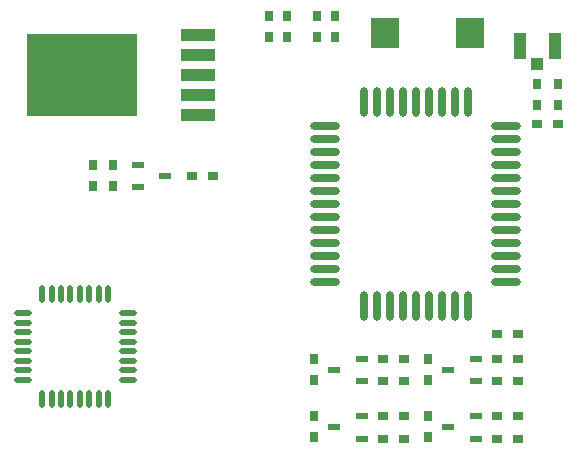
<source format=gtp>
%FSLAX25Y25*%
%MOIN*%
G70*
G01*
G75*
G04 Layer_Color=8421504*
%ADD10C,0.03150*%
%ADD11R,0.11811X0.04213*%
%ADD12R,0.03500X0.03000*%
%ADD13R,0.03000X0.03500*%
%ADD14R,0.04299X0.02362*%
%ADD15O,0.05906X0.01969*%
%ADD16O,0.01969X0.05906*%
%ADD17O,0.02756X0.09843*%
%ADD18O,0.09843X0.02756*%
%ADD19R,0.04134X0.08661*%
%ADD20R,0.03937X0.04134*%
%ADD21R,0.09449X0.10236*%
%ADD22R,0.37008X0.27559*%
%ADD23C,0.01000*%
%ADD24C,0.02000*%
%ADD25C,0.04000*%
%ADD26C,0.02500*%
%ADD27C,0.03000*%
%ADD28C,0.05000*%
%ADD29R,0.06500X0.22642*%
%ADD30C,0.06000*%
%ADD31O,0.05906X0.15748*%
%ADD32R,0.06000X0.06000*%
%ADD33R,0.06000X0.06000*%
%ADD34O,0.15748X0.05906*%
%ADD35C,0.02500*%
%ADD36C,0.05000*%
%ADD37R,0.10236X0.09449*%
%ADD38R,0.06000X0.05000*%
%ADD39R,0.05000X0.06000*%
%ADD40R,0.01181X0.01772*%
%ADD41R,0.02362X0.04299*%
%ADD42R,0.07874X0.04921*%
%ADD43R,0.05512X0.06299*%
%ADD44R,0.22000X0.13500*%
%ADD45C,0.00500*%
%ADD46C,0.01969*%
%ADD47C,0.01600*%
%ADD48C,0.00600*%
%ADD49C,0.00800*%
%ADD50R,0.01870X0.17323*%
%ADD51C,0.00100*%
%ADD52R,0.17323X0.01870*%
%ADD53R,0.08412X0.01181*%
D11*
X94236Y143272D02*
D03*
Y136579D02*
D03*
Y123193D02*
D03*
Y116500D02*
D03*
Y129886D02*
D03*
D12*
X92236Y96260D02*
D03*
X99236D02*
D03*
X193736Y35480D02*
D03*
X200736D02*
D03*
Y43500D02*
D03*
X193736D02*
D03*
X155736Y28000D02*
D03*
X162736D02*
D03*
X155736Y35480D02*
D03*
X162736D02*
D03*
X193736Y8760D02*
D03*
X200736D02*
D03*
X193736Y16240D02*
D03*
X200736D02*
D03*
X193736Y28000D02*
D03*
X200736D02*
D03*
X207236Y113500D02*
D03*
X214236D02*
D03*
X162736Y8760D02*
D03*
X155736D02*
D03*
X162736Y16240D02*
D03*
X155736D02*
D03*
D13*
X59236Y93000D02*
D03*
Y100000D02*
D03*
X65736D02*
D03*
X123996Y142587D02*
D03*
Y149587D02*
D03*
X133996Y142587D02*
D03*
Y149587D02*
D03*
X117996D02*
D03*
Y142587D02*
D03*
X139996Y149587D02*
D03*
Y142587D02*
D03*
X132736Y28480D02*
D03*
Y35480D02*
D03*
Y9240D02*
D03*
Y16240D02*
D03*
X170736Y9240D02*
D03*
Y16240D02*
D03*
Y35480D02*
D03*
Y28480D02*
D03*
X207236Y127000D02*
D03*
Y120000D02*
D03*
X214236Y127000D02*
D03*
Y120000D02*
D03*
X65736Y93000D02*
D03*
D14*
X74236Y100000D02*
D03*
X83323Y96260D02*
D03*
X177650Y12500D02*
D03*
X186736Y16240D02*
D03*
Y8760D02*
D03*
X177650Y31740D02*
D03*
X186736Y35480D02*
D03*
Y28000D02*
D03*
X148736D02*
D03*
Y35480D02*
D03*
X139650Y31740D02*
D03*
X148736Y8760D02*
D03*
Y16240D02*
D03*
X139650Y12500D02*
D03*
X74236Y92520D02*
D03*
D15*
X35717Y41075D02*
D03*
Y28476D02*
D03*
Y31626D02*
D03*
Y34776D02*
D03*
Y50524D02*
D03*
Y47374D02*
D03*
Y37925D02*
D03*
X70756D02*
D03*
Y41075D02*
D03*
Y44224D02*
D03*
Y47374D02*
D03*
Y50524D02*
D03*
Y34776D02*
D03*
Y31626D02*
D03*
Y28476D02*
D03*
X35717Y44224D02*
D03*
D16*
X54811Y57020D02*
D03*
X51661D02*
D03*
X45362D02*
D03*
X42213D02*
D03*
X57961D02*
D03*
X61110D02*
D03*
X64260D02*
D03*
Y21980D02*
D03*
X61110D02*
D03*
X57961D02*
D03*
X48512D02*
D03*
X51661D02*
D03*
X54811D02*
D03*
X42213D02*
D03*
X45362D02*
D03*
X48512Y57020D02*
D03*
D17*
X149413Y120858D02*
D03*
X153744D02*
D03*
X158075D02*
D03*
X162406D02*
D03*
X166736D02*
D03*
X171067D02*
D03*
X175398D02*
D03*
X179728D02*
D03*
X184059D02*
D03*
Y53142D02*
D03*
X179728D02*
D03*
X175398D02*
D03*
X171067D02*
D03*
X166736Y53100D02*
D03*
X162406Y53142D02*
D03*
X158075D02*
D03*
X153744D02*
D03*
X149413D02*
D03*
D18*
X136618Y112984D02*
D03*
Y108653D02*
D03*
Y104323D02*
D03*
Y99992D02*
D03*
Y95661D02*
D03*
Y91331D02*
D03*
Y87000D02*
D03*
Y82669D02*
D03*
Y78339D02*
D03*
Y74008D02*
D03*
Y69677D02*
D03*
X196854Y112984D02*
D03*
Y108653D02*
D03*
Y104323D02*
D03*
Y99992D02*
D03*
Y95661D02*
D03*
Y91331D02*
D03*
Y87000D02*
D03*
Y82669D02*
D03*
Y78339D02*
D03*
Y74008D02*
D03*
Y69677D02*
D03*
Y65346D02*
D03*
Y61016D02*
D03*
X136618D02*
D03*
Y65346D02*
D03*
D19*
X213043Y139500D02*
D03*
X201429D02*
D03*
D20*
X207236Y133496D02*
D03*
D21*
X184909Y144000D02*
D03*
X156563D02*
D03*
D22*
X55348Y129925D02*
D03*
M02*

</source>
